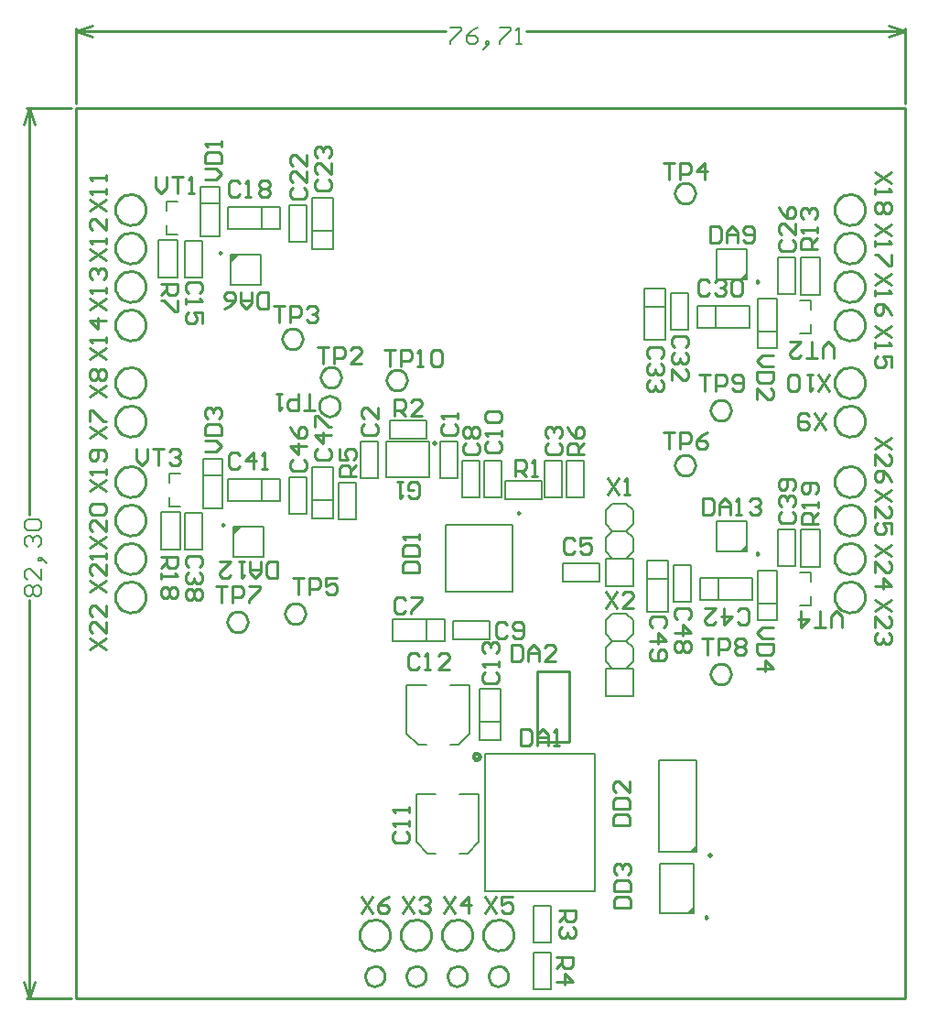
<source format=gto>
G04*
G04 #@! TF.GenerationSoftware,Altium Limited,Altium Designer,22.0.2 (36)*
G04*
G04 Layer_Color=65535*
%FSLAX25Y25*%
%MOIN*%
G70*
G04*
G04 #@! TF.SameCoordinates,FD2FF894-48AE-4880-B7A9-669BF39D4961*
G04*
G04*
G04 #@! TF.FilePolarity,Positive*
G04*
G01*
G75*
%ADD10C,0.01000*%
%ADD11C,0.00984*%
%ADD12C,0.01968*%
G04:AMPARAMS|DCode=13|XSize=19.68mil|YSize=19.68mil|CornerRadius=9.84mil|HoleSize=0mil|Usage=FLASHONLY|Rotation=180.000|XOffset=0mil|YOffset=0mil|HoleType=Round|Shape=RoundedRectangle|*
%AMROUNDEDRECTD13*
21,1,0.01968,0.00000,0,0,180.0*
21,1,0.00000,0.01968,0,0,180.0*
1,1,0.01968,0.00000,0.00000*
1,1,0.01968,0.00000,0.00000*
1,1,0.01968,0.00000,0.00000*
1,1,0.01968,0.00000,0.00000*
%
%ADD13ROUNDEDRECTD13*%
%ADD14C,0.00787*%
%ADD15C,0.00591*%
%ADD16C,0.00600*%
G36*
X188279Y-69153D02*
X188279Y-66319D01*
X185445Y-69154D01*
X188279Y-69153D01*
D02*
G37*
G36*
X189276Y-46772D02*
X189276Y-43937D01*
X186441Y-46772D01*
X189276Y-46772D01*
D02*
G37*
G36*
X207512Y62488D02*
X207512Y65323D01*
X204677Y62488D01*
X207512Y62488D01*
D02*
G37*
G36*
X20488Y71512D02*
X20488Y68677D01*
X23323Y71512D01*
X20488Y71512D01*
D02*
G37*
G36*
X19488Y170512D02*
X19488Y167677D01*
X22323Y170512D01*
X19488Y170512D01*
D02*
G37*
G36*
X207512Y161488D02*
X207512Y164323D01*
X204677Y161488D01*
X207512Y161488D01*
D02*
G37*
D10*
X59740Y126000D02*
X59613Y126968D01*
X59239Y127870D01*
X58645Y128645D01*
X57870Y129239D01*
X56968Y129613D01*
X56000Y129740D01*
X55032Y129613D01*
X54130Y129239D01*
X53355Y128645D01*
X52761Y127870D01*
X52387Y126968D01*
X52260Y126000D01*
X52387Y125032D01*
X52761Y124130D01*
X53355Y123355D01*
X54130Y122761D01*
X55032Y122387D01*
X56000Y122260D01*
X56968Y122387D01*
X57870Y122761D01*
X58645Y123355D01*
X59239Y124130D01*
X59613Y125032D01*
X59740Y126000D01*
X122590Y-77000D02*
X122500Y-76002D01*
X122234Y-75036D01*
X121799Y-74133D01*
X121210Y-73322D01*
X120485Y-72629D01*
X119649Y-72077D01*
X118728Y-71683D01*
X117750Y-71460D01*
X116749Y-71416D01*
X115756Y-71550D01*
X114803Y-71860D01*
X113920Y-72335D01*
X113137Y-72960D01*
X112478Y-73714D01*
X111963Y-74575D01*
X111611Y-75513D01*
X111432Y-76499D01*
Y-77501D01*
X111611Y-78487D01*
X111963Y-79426D01*
X112478Y-80286D01*
X113137Y-81041D01*
X113920Y-81665D01*
X114803Y-82140D01*
X115756Y-82450D01*
X116749Y-82585D01*
X117750Y-82540D01*
X118728Y-82317D01*
X119649Y-81923D01*
X120485Y-81371D01*
X121210Y-80678D01*
X121799Y-79867D01*
X122234Y-78964D01*
X122500Y-77998D01*
X122590Y-77000D01*
X107590D02*
X107500Y-76002D01*
X107234Y-75036D01*
X106799Y-74133D01*
X106210Y-73322D01*
X105485Y-72629D01*
X104649Y-72077D01*
X103727Y-71683D01*
X102750Y-71460D01*
X101749Y-71416D01*
X100756Y-71550D01*
X99803Y-71860D01*
X98920Y-72335D01*
X98137Y-72960D01*
X97478Y-73714D01*
X96963Y-74575D01*
X96611Y-75513D01*
X96432Y-76499D01*
Y-77501D01*
X96611Y-78487D01*
X96963Y-79426D01*
X97478Y-80286D01*
X98137Y-81041D01*
X98920Y-81665D01*
X99803Y-82140D01*
X100756Y-82450D01*
X101749Y-82585D01*
X102750Y-82540D01*
X103727Y-82317D01*
X104649Y-81923D01*
X105485Y-81371D01*
X106210Y-80678D01*
X106799Y-79867D01*
X107234Y-78964D01*
X107500Y-77998D01*
X107590Y-77000D01*
X92590D02*
X92500Y-76002D01*
X92234Y-75036D01*
X91799Y-74133D01*
X91210Y-73322D01*
X90485Y-72629D01*
X89649Y-72077D01*
X88727Y-71683D01*
X87750Y-71460D01*
X86749Y-71416D01*
X85756Y-71550D01*
X84803Y-71860D01*
X83920Y-72335D01*
X83137Y-72960D01*
X82477Y-73714D01*
X81963Y-74575D01*
X81611Y-75513D01*
X81432Y-76499D01*
Y-77501D01*
X81611Y-78487D01*
X81963Y-79426D01*
X82477Y-80286D01*
X83137Y-81041D01*
X83920Y-81665D01*
X84803Y-82140D01*
X85756Y-82450D01*
X86749Y-82585D01*
X87750Y-82540D01*
X88727Y-82317D01*
X89649Y-81923D01*
X90485Y-81371D01*
X91210Y-80678D01*
X91799Y-79867D01*
X92234Y-78964D01*
X92500Y-77998D01*
X92590Y-77000D01*
X77590D02*
X77500Y-76002D01*
X77234Y-75036D01*
X76799Y-74133D01*
X76210Y-73322D01*
X75485Y-72629D01*
X74649Y-72077D01*
X73728Y-71683D01*
X72750Y-71460D01*
X71749Y-71416D01*
X70756Y-71550D01*
X69803Y-71860D01*
X68920Y-72335D01*
X68137Y-72960D01*
X67478Y-73714D01*
X66963Y-74575D01*
X66611Y-75513D01*
X66432Y-76499D01*
Y-77501D01*
X66611Y-78487D01*
X66963Y-79426D01*
X67478Y-80286D01*
X68137Y-81041D01*
X68920Y-81665D01*
X69803Y-82140D01*
X70756Y-82450D01*
X71749Y-82585D01*
X72750Y-82540D01*
X73728Y-82317D01*
X74649Y-81923D01*
X75485Y-81371D01*
X76210Y-80678D01*
X76799Y-79867D01*
X77234Y-78964D01*
X77500Y-77998D01*
X77590Y-77000D01*
X201740Y18000D02*
X201613Y18968D01*
X201239Y19870D01*
X200645Y20645D01*
X199870Y21239D01*
X198968Y21613D01*
X198000Y21740D01*
X197032Y21613D01*
X196130Y21239D01*
X195355Y20645D01*
X194761Y19870D01*
X194387Y18968D01*
X194260Y18000D01*
X194387Y17032D01*
X194761Y16130D01*
X195355Y15355D01*
X196130Y14761D01*
X197032Y14387D01*
X198000Y14260D01*
X198968Y14387D01*
X199870Y14761D01*
X200645Y15355D01*
X201239Y16130D01*
X201613Y17032D01*
X201740Y18000D01*
X25740Y37000D02*
X25613Y37968D01*
X25239Y38870D01*
X24645Y39645D01*
X23870Y40239D01*
X22968Y40613D01*
X22000Y40740D01*
X21032Y40613D01*
X20130Y40239D01*
X19355Y39645D01*
X18761Y38870D01*
X18387Y37968D01*
X18260Y37000D01*
X18387Y36032D01*
X18761Y35130D01*
X19355Y34355D01*
X20130Y33761D01*
X21032Y33387D01*
X22000Y33260D01*
X22968Y33387D01*
X23870Y33761D01*
X24645Y34355D01*
X25239Y35130D01*
X25613Y36032D01*
X25740Y37000D01*
X201740Y114000D02*
X201613Y114968D01*
X201239Y115870D01*
X200645Y116645D01*
X199870Y117239D01*
X198968Y117613D01*
X198000Y117740D01*
X197032Y117613D01*
X196130Y117239D01*
X195355Y116645D01*
X194761Y115870D01*
X194387Y114968D01*
X194260Y114000D01*
X194387Y113032D01*
X194761Y112130D01*
X195355Y111355D01*
X196130Y110761D01*
X197032Y110387D01*
X198000Y110260D01*
X198968Y110387D01*
X199870Y110761D01*
X200645Y111355D01*
X201239Y112130D01*
X201613Y113032D01*
X201740Y114000D01*
X83740Y125000D02*
X83613Y125968D01*
X83239Y126870D01*
X82645Y127645D01*
X81870Y128239D01*
X80968Y128613D01*
X80000Y128740D01*
X79032Y128613D01*
X78130Y128239D01*
X77355Y127645D01*
X76761Y126870D01*
X76387Y125968D01*
X76260Y125000D01*
X76387Y124032D01*
X76761Y123130D01*
X77355Y122355D01*
X78130Y121761D01*
X79032Y121387D01*
X80000Y121260D01*
X80968Y121387D01*
X81870Y121761D01*
X82645Y122355D01*
X83239Y123130D01*
X83613Y124032D01*
X83740Y125000D01*
X59240Y115500D02*
X59113Y116468D01*
X58739Y117370D01*
X58145Y118145D01*
X57370Y118739D01*
X56468Y119113D01*
X55500Y119240D01*
X54532Y119113D01*
X53630Y118739D01*
X52855Y118145D01*
X52261Y117370D01*
X51887Y116468D01*
X51760Y115500D01*
X51887Y114532D01*
X52261Y113630D01*
X52855Y112855D01*
X53630Y112261D01*
X54532Y111887D01*
X55500Y111760D01*
X56468Y111887D01*
X57370Y112261D01*
X58145Y112855D01*
X58739Y113630D01*
X59113Y114532D01*
X59240Y115500D01*
X46740Y40000D02*
X46613Y40968D01*
X46239Y41870D01*
X45645Y42645D01*
X44870Y43239D01*
X43968Y43613D01*
X43000Y43740D01*
X42032Y43613D01*
X41130Y43239D01*
X40355Y42645D01*
X39761Y41870D01*
X39387Y40968D01*
X39260Y40000D01*
X39387Y39032D01*
X39761Y38130D01*
X40355Y37355D01*
X41130Y36761D01*
X42032Y36387D01*
X43000Y36260D01*
X43968Y36387D01*
X44870Y36761D01*
X45645Y37355D01*
X46239Y38130D01*
X46613Y39032D01*
X46740Y40000D01*
X188740Y94000D02*
X188613Y94968D01*
X188239Y95870D01*
X187645Y96645D01*
X186870Y97239D01*
X185968Y97613D01*
X185000Y97740D01*
X184032Y97613D01*
X183130Y97239D01*
X182355Y96645D01*
X181761Y95870D01*
X181387Y94968D01*
X181260Y94000D01*
X181387Y93032D01*
X181761Y92130D01*
X182355Y91355D01*
X183130Y90761D01*
X184032Y90387D01*
X185000Y90260D01*
X185968Y90387D01*
X186870Y90761D01*
X187645Y91355D01*
X188239Y92130D01*
X188613Y93032D01*
X188740Y94000D01*
X45740Y140000D02*
X45613Y140968D01*
X45239Y141870D01*
X44645Y142645D01*
X43870Y143239D01*
X42968Y143613D01*
X42000Y143740D01*
X41032Y143613D01*
X40130Y143239D01*
X39355Y142645D01*
X38761Y141870D01*
X38387Y140968D01*
X38260Y140000D01*
X38387Y139032D01*
X38761Y138130D01*
X39355Y137355D01*
X40130Y136761D01*
X41032Y136387D01*
X42000Y136260D01*
X42968Y136387D01*
X43870Y136761D01*
X44645Y137355D01*
X45239Y138130D01*
X45613Y139032D01*
X45740Y140000D01*
X188740Y193000D02*
X188613Y193968D01*
X188239Y194870D01*
X187645Y195645D01*
X186870Y196239D01*
X185968Y196613D01*
X185000Y196740D01*
X184032Y196613D01*
X183130Y196239D01*
X182355Y195645D01*
X181761Y194870D01*
X181387Y193968D01*
X181260Y193000D01*
X181387Y192032D01*
X181761Y191130D01*
X182355Y190355D01*
X183130Y189761D01*
X184032Y189387D01*
X185000Y189260D01*
X185968Y189387D01*
X186870Y189761D01*
X187645Y190355D01*
X188239Y191130D01*
X188613Y192032D01*
X188740Y193000D01*
X250590Y110000D02*
X250500Y110998D01*
X250234Y111964D01*
X249799Y112867D01*
X249210Y113678D01*
X248485Y114371D01*
X247649Y114923D01*
X246727Y115317D01*
X245750Y115540D01*
X244749Y115585D01*
X243756Y115450D01*
X242803Y115140D01*
X241920Y114665D01*
X241137Y114041D01*
X240477Y113286D01*
X239963Y112425D01*
X239611Y111487D01*
X239432Y110501D01*
Y109499D01*
X239611Y108513D01*
X239963Y107574D01*
X240477Y106714D01*
X241137Y105959D01*
X241920Y105335D01*
X242803Y104860D01*
X243756Y104550D01*
X244749Y104416D01*
X245750Y104460D01*
X246727Y104683D01*
X247649Y105077D01*
X248485Y105629D01*
X249210Y106322D01*
X249799Y107133D01*
X250234Y108036D01*
X250500Y109002D01*
X250590Y110000D01*
Y124000D02*
X250500Y124998D01*
X250234Y125964D01*
X249799Y126867D01*
X249210Y127678D01*
X248485Y128371D01*
X247649Y128923D01*
X246727Y129317D01*
X245750Y129540D01*
X244749Y129585D01*
X243756Y129450D01*
X242803Y129140D01*
X241920Y128665D01*
X241137Y128041D01*
X240477Y127286D01*
X239963Y126426D01*
X239611Y125487D01*
X239432Y124501D01*
Y123499D01*
X239611Y122513D01*
X239963Y121574D01*
X240477Y120714D01*
X241137Y119959D01*
X241920Y119335D01*
X242803Y118860D01*
X243756Y118550D01*
X244749Y118415D01*
X245750Y118460D01*
X246727Y118683D01*
X247649Y119077D01*
X248485Y119629D01*
X249210Y120322D01*
X249799Y121133D01*
X250234Y122036D01*
X250500Y123002D01*
X250590Y124000D01*
X-11410Y110000D02*
X-11500Y110998D01*
X-11766Y111964D01*
X-12201Y112867D01*
X-12790Y113678D01*
X-13515Y114371D01*
X-14351Y114923D01*
X-15272Y115317D01*
X-16250Y115540D01*
X-17251Y115585D01*
X-18244Y115450D01*
X-19197Y115140D01*
X-20080Y114665D01*
X-20863Y114041D01*
X-21522Y113286D01*
X-22037Y112425D01*
X-22389Y111487D01*
X-22568Y110501D01*
Y109499D01*
X-22389Y108513D01*
X-22037Y107574D01*
X-21522Y106714D01*
X-20863Y105959D01*
X-20080Y105335D01*
X-19197Y104860D01*
X-18244Y104550D01*
X-17251Y104416D01*
X-16250Y104460D01*
X-15272Y104683D01*
X-14351Y105077D01*
X-13515Y105629D01*
X-12790Y106322D01*
X-12201Y107133D01*
X-11766Y108036D01*
X-11500Y109002D01*
X-11410Y110000D01*
Y124000D02*
X-11500Y124998D01*
X-11766Y125964D01*
X-12201Y126867D01*
X-12790Y127678D01*
X-13515Y128371D01*
X-14351Y128923D01*
X-15272Y129317D01*
X-16250Y129540D01*
X-17251Y129585D01*
X-18244Y129450D01*
X-19197Y129140D01*
X-20080Y128665D01*
X-20863Y128041D01*
X-21522Y127286D01*
X-22037Y126426D01*
X-22389Y125487D01*
X-22568Y124501D01*
Y123499D01*
X-22389Y122513D01*
X-22037Y121574D01*
X-21522Y120714D01*
X-20863Y119959D01*
X-20080Y119335D01*
X-19197Y118860D01*
X-18244Y118550D01*
X-17251Y118415D01*
X-16250Y118460D01*
X-15272Y118683D01*
X-14351Y119077D01*
X-13515Y119629D01*
X-12790Y120322D01*
X-12201Y121133D01*
X-11766Y122036D01*
X-11500Y123002D01*
X-11410Y124000D01*
X250590Y88000D02*
X250500Y88998D01*
X250234Y89964D01*
X249799Y90867D01*
X249210Y91678D01*
X248485Y92371D01*
X247649Y92923D01*
X246727Y93317D01*
X245750Y93540D01*
X244749Y93585D01*
X243756Y93450D01*
X242803Y93140D01*
X241920Y92665D01*
X241137Y92040D01*
X240477Y91286D01*
X239963Y90425D01*
X239611Y89487D01*
X239432Y88501D01*
Y87499D01*
X239611Y86513D01*
X239963Y85575D01*
X240477Y84714D01*
X241137Y83960D01*
X241920Y83335D01*
X242803Y82860D01*
X243756Y82550D01*
X244749Y82415D01*
X245750Y82460D01*
X246727Y82683D01*
X247649Y83077D01*
X248485Y83629D01*
X249210Y84322D01*
X249799Y85133D01*
X250234Y86036D01*
X250500Y87002D01*
X250590Y88000D01*
Y74000D02*
X250500Y74998D01*
X250234Y75964D01*
X249799Y76867D01*
X249210Y77678D01*
X248485Y78371D01*
X247649Y78923D01*
X246727Y79317D01*
X245750Y79540D01*
X244749Y79584D01*
X243756Y79450D01*
X242803Y79140D01*
X241920Y78665D01*
X241137Y78040D01*
X240477Y77286D01*
X239963Y76425D01*
X239611Y75487D01*
X239432Y74501D01*
Y73499D01*
X239611Y72513D01*
X239963Y71574D01*
X240477Y70714D01*
X241137Y69959D01*
X241920Y69335D01*
X242803Y68860D01*
X243756Y68550D01*
X244749Y68415D01*
X245750Y68460D01*
X246727Y68683D01*
X247649Y69077D01*
X248485Y69629D01*
X249210Y70322D01*
X249799Y71133D01*
X250234Y72036D01*
X250500Y73002D01*
X250590Y74000D01*
Y60000D02*
X250500Y60998D01*
X250234Y61964D01*
X249799Y62867D01*
X249210Y63678D01*
X248485Y64371D01*
X247649Y64923D01*
X246727Y65317D01*
X245750Y65540D01*
X244749Y65584D01*
X243756Y65450D01*
X242803Y65140D01*
X241920Y64665D01*
X241137Y64040D01*
X240477Y63286D01*
X239963Y62426D01*
X239611Y61487D01*
X239432Y60501D01*
Y59499D01*
X239611Y58513D01*
X239963Y57574D01*
X240477Y56714D01*
X241137Y55959D01*
X241920Y55335D01*
X242803Y54860D01*
X243756Y54550D01*
X244749Y54416D01*
X245750Y54460D01*
X246727Y54683D01*
X247649Y55077D01*
X248485Y55629D01*
X249210Y56322D01*
X249799Y57133D01*
X250234Y58036D01*
X250500Y59002D01*
X250590Y60000D01*
Y46000D02*
X250500Y46998D01*
X250234Y47964D01*
X249799Y48867D01*
X249210Y49678D01*
X248485Y50371D01*
X247649Y50923D01*
X246727Y51317D01*
X245750Y51540D01*
X244749Y51585D01*
X243756Y51450D01*
X242803Y51140D01*
X241920Y50665D01*
X241137Y50041D01*
X240477Y49286D01*
X239963Y48425D01*
X239611Y47487D01*
X239432Y46501D01*
Y45499D01*
X239611Y44513D01*
X239963Y43575D01*
X240477Y42714D01*
X241137Y41959D01*
X241920Y41335D01*
X242803Y40860D01*
X243756Y40550D01*
X244749Y40415D01*
X245750Y40460D01*
X246727Y40683D01*
X247649Y41077D01*
X248485Y41629D01*
X249210Y42322D01*
X249799Y43133D01*
X250234Y44036D01*
X250500Y45002D01*
X250590Y46000D01*
X-11410D02*
X-11500Y46998D01*
X-11766Y47964D01*
X-12201Y48867D01*
X-12790Y49678D01*
X-13515Y50371D01*
X-14351Y50923D01*
X-15272Y51317D01*
X-16250Y51540D01*
X-17251Y51585D01*
X-18244Y51450D01*
X-19197Y51140D01*
X-20080Y50665D01*
X-20863Y50041D01*
X-21522Y49286D01*
X-22037Y48425D01*
X-22389Y47487D01*
X-22568Y46501D01*
Y45499D01*
X-22389Y44513D01*
X-22037Y43575D01*
X-21522Y42714D01*
X-20863Y41959D01*
X-20080Y41335D01*
X-19197Y40860D01*
X-18244Y40550D01*
X-17251Y40415D01*
X-16250Y40460D01*
X-15272Y40683D01*
X-14351Y41077D01*
X-13515Y41629D01*
X-12790Y42322D01*
X-12201Y43133D01*
X-11766Y44036D01*
X-11500Y45002D01*
X-11410Y46000D01*
Y60000D02*
X-11500Y60998D01*
X-11766Y61964D01*
X-12201Y62867D01*
X-12790Y63678D01*
X-13515Y64371D01*
X-14351Y64923D01*
X-15272Y65317D01*
X-16250Y65540D01*
X-17251Y65584D01*
X-18244Y65450D01*
X-19197Y65140D01*
X-20080Y64665D01*
X-20863Y64040D01*
X-21522Y63286D01*
X-22037Y62426D01*
X-22389Y61487D01*
X-22568Y60501D01*
Y59499D01*
X-22389Y58513D01*
X-22037Y57574D01*
X-21522Y56714D01*
X-20863Y55959D01*
X-20080Y55335D01*
X-19197Y54860D01*
X-18244Y54550D01*
X-17251Y54416D01*
X-16250Y54460D01*
X-15272Y54683D01*
X-14351Y55077D01*
X-13515Y55629D01*
X-12790Y56322D01*
X-12201Y57133D01*
X-11766Y58036D01*
X-11500Y59002D01*
X-11410Y60000D01*
Y74000D02*
X-11500Y74998D01*
X-11766Y75964D01*
X-12201Y76867D01*
X-12790Y77678D01*
X-13515Y78371D01*
X-14351Y78923D01*
X-15272Y79317D01*
X-16250Y79540D01*
X-17251Y79584D01*
X-18244Y79450D01*
X-19197Y79140D01*
X-20080Y78665D01*
X-20863Y78040D01*
X-21522Y77286D01*
X-22037Y76425D01*
X-22389Y75487D01*
X-22568Y74501D01*
Y73499D01*
X-22389Y72513D01*
X-22037Y71574D01*
X-21522Y70714D01*
X-20863Y69959D01*
X-20080Y69335D01*
X-19197Y68860D01*
X-18244Y68550D01*
X-17251Y68415D01*
X-16250Y68460D01*
X-15272Y68683D01*
X-14351Y69077D01*
X-13515Y69629D01*
X-12790Y70322D01*
X-12201Y71133D01*
X-11766Y72036D01*
X-11500Y73002D01*
X-11410Y74000D01*
Y88000D02*
X-11500Y88998D01*
X-11766Y89964D01*
X-12201Y90867D01*
X-12790Y91678D01*
X-13515Y92371D01*
X-14351Y92923D01*
X-15272Y93317D01*
X-16250Y93540D01*
X-17251Y93585D01*
X-18244Y93450D01*
X-19197Y93140D01*
X-20080Y92665D01*
X-20863Y92040D01*
X-21522Y91286D01*
X-22037Y90425D01*
X-22389Y89487D01*
X-22568Y88501D01*
Y87499D01*
X-22389Y86513D01*
X-22037Y85575D01*
X-21522Y84714D01*
X-20863Y83960D01*
X-20080Y83335D01*
X-19197Y82860D01*
X-18244Y82550D01*
X-17251Y82415D01*
X-16250Y82460D01*
X-15272Y82683D01*
X-14351Y83077D01*
X-13515Y83629D01*
X-12790Y84322D01*
X-12201Y85133D01*
X-11766Y86036D01*
X-11500Y87002D01*
X-11410Y88000D01*
X250590Y187000D02*
X250500Y187998D01*
X250234Y188964D01*
X249799Y189867D01*
X249210Y190678D01*
X248485Y191371D01*
X247649Y191923D01*
X246727Y192317D01*
X245750Y192540D01*
X244749Y192585D01*
X243756Y192450D01*
X242803Y192140D01*
X241920Y191665D01*
X241137Y191041D01*
X240477Y190286D01*
X239963Y189426D01*
X239611Y188487D01*
X239432Y187501D01*
Y186499D01*
X239611Y185513D01*
X239963Y184574D01*
X240477Y183714D01*
X241137Y182959D01*
X241920Y182335D01*
X242803Y181860D01*
X243756Y181550D01*
X244749Y181415D01*
X245750Y181460D01*
X246727Y181683D01*
X247649Y182077D01*
X248485Y182629D01*
X249210Y183322D01*
X249799Y184133D01*
X250234Y185036D01*
X250500Y186002D01*
X250590Y187000D01*
Y173000D02*
X250500Y173998D01*
X250234Y174964D01*
X249799Y175867D01*
X249210Y176678D01*
X248485Y177371D01*
X247649Y177923D01*
X246727Y178317D01*
X245750Y178540D01*
X244749Y178585D01*
X243756Y178450D01*
X242803Y178140D01*
X241920Y177665D01*
X241137Y177041D01*
X240477Y176286D01*
X239963Y175426D01*
X239611Y174487D01*
X239432Y173501D01*
Y172499D01*
X239611Y171513D01*
X239963Y170574D01*
X240477Y169714D01*
X241137Y168959D01*
X241920Y168335D01*
X242803Y167860D01*
X243756Y167550D01*
X244749Y167415D01*
X245750Y167460D01*
X246727Y167683D01*
X247649Y168077D01*
X248485Y168629D01*
X249210Y169322D01*
X249799Y170133D01*
X250234Y171036D01*
X250500Y172002D01*
X250590Y173000D01*
Y159000D02*
X250500Y159998D01*
X250234Y160964D01*
X249799Y161867D01*
X249210Y162678D01*
X248485Y163371D01*
X247649Y163923D01*
X246727Y164317D01*
X245750Y164540D01*
X244749Y164585D01*
X243756Y164450D01*
X242803Y164140D01*
X241920Y163665D01*
X241137Y163041D01*
X240477Y162286D01*
X239963Y161425D01*
X239611Y160487D01*
X239432Y159501D01*
Y158499D01*
X239611Y157513D01*
X239963Y156574D01*
X240477Y155714D01*
X241137Y154959D01*
X241920Y154335D01*
X242803Y153860D01*
X243756Y153550D01*
X244749Y153416D01*
X245750Y153460D01*
X246727Y153683D01*
X247649Y154077D01*
X248485Y154629D01*
X249210Y155322D01*
X249799Y156133D01*
X250234Y157036D01*
X250500Y158002D01*
X250590Y159000D01*
Y145000D02*
X250500Y145998D01*
X250234Y146964D01*
X249799Y147867D01*
X249210Y148678D01*
X248485Y149371D01*
X247649Y149923D01*
X246727Y150317D01*
X245750Y150540D01*
X244749Y150584D01*
X243756Y150450D01*
X242803Y150140D01*
X241920Y149665D01*
X241137Y149041D01*
X240477Y148286D01*
X239963Y147425D01*
X239611Y146487D01*
X239432Y145501D01*
Y144499D01*
X239611Y143513D01*
X239963Y142575D01*
X240477Y141714D01*
X241137Y140959D01*
X241920Y140335D01*
X242803Y139860D01*
X243756Y139550D01*
X244749Y139416D01*
X245750Y139460D01*
X246727Y139683D01*
X247649Y140077D01*
X248485Y140629D01*
X249210Y141322D01*
X249799Y142133D01*
X250234Y143036D01*
X250500Y144002D01*
X250590Y145000D01*
X-11410D02*
X-11500Y145998D01*
X-11766Y146964D01*
X-12201Y147867D01*
X-12790Y148678D01*
X-13515Y149371D01*
X-14351Y149923D01*
X-15272Y150317D01*
X-16250Y150540D01*
X-17251Y150584D01*
X-18244Y150450D01*
X-19197Y150140D01*
X-20080Y149665D01*
X-20863Y149041D01*
X-21522Y148286D01*
X-22037Y147425D01*
X-22389Y146487D01*
X-22568Y145501D01*
Y144499D01*
X-22389Y143513D01*
X-22037Y142575D01*
X-21522Y141714D01*
X-20863Y140959D01*
X-20080Y140335D01*
X-19197Y139860D01*
X-18244Y139550D01*
X-17251Y139416D01*
X-16250Y139460D01*
X-15272Y139683D01*
X-14351Y140077D01*
X-13515Y140629D01*
X-12790Y141322D01*
X-12201Y142133D01*
X-11766Y143036D01*
X-11500Y144002D01*
X-11410Y145000D01*
Y159000D02*
X-11500Y159998D01*
X-11766Y160964D01*
X-12201Y161867D01*
X-12790Y162678D01*
X-13515Y163371D01*
X-14351Y163923D01*
X-15272Y164317D01*
X-16250Y164540D01*
X-17251Y164585D01*
X-18244Y164450D01*
X-19197Y164140D01*
X-20080Y163665D01*
X-20863Y163041D01*
X-21522Y162286D01*
X-22037Y161425D01*
X-22389Y160487D01*
X-22568Y159501D01*
Y158499D01*
X-22389Y157513D01*
X-22037Y156574D01*
X-21522Y155714D01*
X-20863Y154959D01*
X-20080Y154335D01*
X-19197Y153860D01*
X-18244Y153550D01*
X-17251Y153416D01*
X-16250Y153460D01*
X-15272Y153683D01*
X-14351Y154077D01*
X-13515Y154629D01*
X-12790Y155322D01*
X-12201Y156133D01*
X-11766Y157036D01*
X-11500Y158002D01*
X-11410Y159000D01*
Y173000D02*
X-11500Y173998D01*
X-11766Y174964D01*
X-12201Y175867D01*
X-12790Y176678D01*
X-13515Y177371D01*
X-14351Y177923D01*
X-15272Y178317D01*
X-16250Y178540D01*
X-17251Y178585D01*
X-18244Y178450D01*
X-19197Y178140D01*
X-20080Y177665D01*
X-20863Y177041D01*
X-21522Y176286D01*
X-22037Y175426D01*
X-22389Y174487D01*
X-22568Y173501D01*
Y172499D01*
X-22389Y171513D01*
X-22037Y170574D01*
X-21522Y169714D01*
X-20863Y168959D01*
X-20080Y168335D01*
X-19197Y167860D01*
X-18244Y167550D01*
X-17251Y167415D01*
X-16250Y167460D01*
X-15272Y167683D01*
X-14351Y168077D01*
X-13515Y168629D01*
X-12790Y169322D01*
X-12201Y170133D01*
X-11766Y171036D01*
X-11500Y172002D01*
X-11410Y173000D01*
Y187000D02*
X-11500Y187998D01*
X-11766Y188964D01*
X-12201Y189867D01*
X-12790Y190678D01*
X-13515Y191371D01*
X-14351Y191923D01*
X-15272Y192317D01*
X-16250Y192540D01*
X-17251Y192585D01*
X-18244Y192450D01*
X-19197Y192140D01*
X-20080Y191665D01*
X-20863Y191041D01*
X-21522Y190286D01*
X-22037Y189426D01*
X-22389Y188487D01*
X-22568Y187501D01*
Y186499D01*
X-22389Y185513D01*
X-22037Y184574D01*
X-21522Y183714D01*
X-20863Y182959D01*
X-20080Y182335D01*
X-19197Y181860D01*
X-18244Y181550D01*
X-17251Y181415D01*
X-16250Y181460D01*
X-15272Y181683D01*
X-14351Y182077D01*
X-13515Y182629D01*
X-12790Y183322D01*
X-12201Y184133D01*
X-11766Y185036D01*
X-11500Y186002D01*
X-11410Y187000D01*
X110414Y-12000D02*
X110083Y-11091D01*
X109246Y-10607D01*
X108293Y-10775D01*
X107671Y-11516D01*
Y-12484D01*
X108293Y-13225D01*
X109246Y-13393D01*
X110083Y-12909D01*
X110414Y-12000D01*
X110000D02*
X109500Y-11134D01*
X108500D01*
X108000Y-12000D01*
X108500Y-12866D01*
X109500D01*
X110000Y-12000D01*
X120606Y-92000D02*
X120472Y-91027D01*
X120081Y-90127D01*
X119461Y-89365D01*
X118659Y-88799D01*
X117734Y-88470D01*
X116754Y-88403D01*
X115793Y-88603D01*
X114921Y-89054D01*
X114203Y-89725D01*
X113693Y-90563D01*
X113428Y-91509D01*
Y-92491D01*
X113693Y-93436D01*
X114203Y-94275D01*
X114921Y-94946D01*
X115793Y-95397D01*
X116754Y-95597D01*
X117734Y-95530D01*
X118659Y-95201D01*
X119461Y-94635D01*
X120081Y-93873D01*
X120472Y-92973D01*
X120606Y-92000D01*
X105605D02*
X105472Y-91027D01*
X105081Y-90127D01*
X104461Y-89365D01*
X103659Y-88799D01*
X102734Y-88470D01*
X101754Y-88403D01*
X100793Y-88603D01*
X99921Y-89054D01*
X99203Y-89725D01*
X98693Y-90563D01*
X98428Y-91509D01*
Y-92491D01*
X98693Y-93436D01*
X99203Y-94275D01*
X99921Y-94946D01*
X100793Y-95397D01*
X101754Y-95597D01*
X102734Y-95530D01*
X103659Y-95201D01*
X104461Y-94635D01*
X105081Y-93873D01*
X105472Y-92973D01*
X105605Y-92000D01*
X90606D02*
X90472Y-91027D01*
X90081Y-90127D01*
X89461Y-89365D01*
X88659Y-88799D01*
X87734Y-88470D01*
X86754Y-88403D01*
X85793Y-88603D01*
X84921Y-89054D01*
X84203Y-89725D01*
X83693Y-90563D01*
X83428Y-91509D01*
Y-92491D01*
X83693Y-93436D01*
X84203Y-94275D01*
X84921Y-94946D01*
X85793Y-95397D01*
X86754Y-95597D01*
X87734Y-95530D01*
X88659Y-95201D01*
X89461Y-94635D01*
X90081Y-93873D01*
X90472Y-92973D01*
X90606Y-92000D01*
X75606D02*
X75472Y-91027D01*
X75081Y-90127D01*
X74461Y-89365D01*
X73659Y-88799D01*
X72734Y-88470D01*
X71754Y-88403D01*
X70793Y-88603D01*
X69921Y-89054D01*
X69203Y-89725D01*
X68693Y-90563D01*
X68428Y-91509D01*
Y-92491D01*
X68693Y-93436D01*
X69203Y-94275D01*
X69921Y-94946D01*
X70793Y-95397D01*
X71754Y-95597D01*
X72734Y-95530D01*
X73659Y-95201D01*
X74461Y-94635D01*
X75081Y-93873D01*
X75472Y-92973D01*
X75606Y-92000D01*
X-37000Y-100000D02*
X265000D01*
Y224000D01*
X-37000D02*
X265000D01*
X-37000Y-100000D02*
Y224000D01*
X131095Y18992D02*
X142905D01*
X131095Y-6598D02*
Y18992D01*
Y-6598D02*
X142905D01*
Y18992D01*
X-56000Y-94000D02*
X-54000Y-100000D01*
X-52000Y-94000D01*
X-54000Y224000D02*
X-52000Y218000D01*
X-56000D02*
X-54000Y224000D01*
Y-100000D02*
Y44804D01*
Y75995D02*
Y224000D01*
X-55000Y-100000D02*
X-38500D01*
X-55000Y224000D02*
X-38500D01*
X-37000Y252000D02*
X-31000Y254000D01*
X-37000Y252000D02*
X-31000Y250000D01*
X259000D02*
X265000Y252000D01*
X259000Y254000D02*
X265000Y252000D01*
X-37000D02*
X97804D01*
X126996D02*
X265000D01*
X-37000Y225500D02*
Y253000D01*
X265000Y225500D02*
Y253000D01*
X113001Y102501D02*
X112001Y101502D01*
Y99502D01*
X113001Y98502D01*
X116999D01*
X117999Y99502D01*
Y101502D01*
X116999Y102501D01*
X117999Y104500D02*
Y106500D01*
Y105500D01*
X112001D01*
X113001Y104500D01*
Y109499D02*
X112001Y110499D01*
Y112498D01*
X113001Y113498D01*
X116999D01*
X117999Y112498D01*
Y110499D01*
X116999Y109499D01*
X113001D01*
X259999Y103997D02*
X254001Y99999D01*
X259999D02*
X254001Y103997D01*
Y94001D02*
Y97999D01*
X258000Y94001D01*
X258999D01*
X259999Y95000D01*
Y97000D01*
X258999Y97999D01*
X259999Y88003D02*
X258999Y90002D01*
X257000Y92001D01*
X255001D01*
X254001Y91002D01*
Y89002D01*
X255001Y88003D01*
X256000D01*
X257000Y89002D01*
Y92001D01*
X259999Y84997D02*
X254001Y80999D01*
X259999D02*
X254001Y84997D01*
Y75001D02*
Y78999D01*
X258000Y75001D01*
X258999D01*
X259999Y76000D01*
Y78000D01*
X258999Y78999D01*
X259999Y69003D02*
Y73001D01*
X257000D01*
X258000Y71002D01*
Y70002D01*
X257000Y69003D01*
X255001D01*
X254001Y70002D01*
Y72002D01*
X255001Y73001D01*
X259999Y64997D02*
X254001Y60999D01*
X259999D02*
X254001Y64997D01*
Y55001D02*
Y58999D01*
X258000Y55001D01*
X258999D01*
X259999Y56000D01*
Y58000D01*
X258999Y58999D01*
X254001Y50002D02*
X259999D01*
X257000Y53001D01*
Y49003D01*
X259999Y44997D02*
X254001Y40999D01*
X259999D02*
X254001Y44997D01*
Y35001D02*
Y38999D01*
X258000Y35001D01*
X258999D01*
X259999Y36000D01*
Y38000D01*
X258999Y38999D01*
Y33001D02*
X259999Y32002D01*
Y30002D01*
X258999Y29003D01*
X258000D01*
X257000Y30002D01*
Y31002D01*
Y30002D01*
X256000Y29003D01*
X255001D01*
X254001Y30002D01*
Y32002D01*
X255001Y33001D01*
X-31999Y27003D02*
X-26001Y31001D01*
X-31999D02*
X-26001Y27003D01*
Y36999D02*
Y33001D01*
X-30000Y36999D01*
X-30999D01*
X-31999Y36000D01*
Y34000D01*
X-30999Y33001D01*
X-26001Y42997D02*
Y38999D01*
X-30000Y42997D01*
X-30999D01*
X-31999Y41998D01*
Y39998D01*
X-30999Y38999D01*
X-31999Y48002D02*
X-26001Y52001D01*
X-31999D02*
X-26001Y48002D01*
Y57999D02*
Y54000D01*
X-30000Y57999D01*
X-30999D01*
X-31999Y56999D01*
Y55000D01*
X-30999Y54000D01*
X-26001Y59998D02*
Y61998D01*
Y60998D01*
X-31999D01*
X-30999Y59998D01*
X-31999Y64003D02*
X-26001Y68001D01*
X-31999D02*
X-26001Y64003D01*
Y73999D02*
Y70001D01*
X-30000Y73999D01*
X-30999D01*
X-31999Y73000D01*
Y71000D01*
X-30999Y70001D01*
Y75999D02*
X-31999Y76998D01*
Y78998D01*
X-30999Y79997D01*
X-27001D01*
X-26001Y78998D01*
Y76998D01*
X-27001Y75999D01*
X-30999D01*
X-31999Y84502D02*
X-26001Y88501D01*
X-31999D02*
X-26001Y84502D01*
Y90500D02*
Y92500D01*
Y91500D01*
X-31999D01*
X-30999Y90500D01*
X-27001Y95499D02*
X-26001Y96499D01*
Y98498D01*
X-27001Y99498D01*
X-30999D01*
X-31999Y98498D01*
Y96499D01*
X-30999Y95499D01*
X-30000D01*
X-29000Y96499D01*
Y99498D01*
X259999Y200498D02*
X254001Y196499D01*
X259999D02*
X254001Y200498D01*
Y194500D02*
Y192500D01*
Y193500D01*
X259999D01*
X258999Y194500D01*
Y189501D02*
X259999Y188501D01*
Y186502D01*
X258999Y185502D01*
X258000D01*
X257000Y186502D01*
X256000Y185502D01*
X255001D01*
X254001Y186502D01*
Y188501D01*
X255001Y189501D01*
X256000D01*
X257000Y188501D01*
X258000Y189501D01*
X258999D01*
X257000Y188501D02*
Y186502D01*
X259999Y181498D02*
X254001Y177499D01*
X259999D02*
X254001Y181498D01*
Y175499D02*
Y173500D01*
Y174500D01*
X259999D01*
X258999Y175499D01*
X259999Y170501D02*
Y166502D01*
X258999D01*
X255001Y170501D01*
X254001D01*
X259999Y163498D02*
X254001Y159499D01*
X259999D02*
X254001Y163498D01*
Y157500D02*
Y155500D01*
Y156500D01*
X259999D01*
X258999Y157500D01*
X259999Y148502D02*
X258999Y150502D01*
X257000Y152501D01*
X255001D01*
X254001Y151501D01*
Y149502D01*
X255001Y148502D01*
X256000D01*
X257000Y149502D01*
Y152501D01*
X259999Y144498D02*
X254001Y140499D01*
X259999D02*
X254001Y144498D01*
Y138499D02*
Y136500D01*
Y137500D01*
X259999D01*
X258999Y138499D01*
X259999Y129502D02*
Y133501D01*
X257000D01*
X258000Y131502D01*
Y130502D01*
X257000Y129502D01*
X255001D01*
X254001Y130502D01*
Y132501D01*
X255001Y133501D01*
X-31999Y132502D02*
X-26001Y136501D01*
X-31999D02*
X-26001Y132502D01*
Y138500D02*
Y140500D01*
Y139500D01*
X-31999D01*
X-30999Y138500D01*
X-26001Y146498D02*
X-31999D01*
X-29000Y143499D01*
Y147498D01*
X-31999Y150502D02*
X-26001Y154501D01*
X-31999D02*
X-26001Y150502D01*
Y156500D02*
Y158500D01*
Y157500D01*
X-31999D01*
X-30999Y156500D01*
Y161499D02*
X-31999Y162499D01*
Y164498D01*
X-30999Y165498D01*
X-30000D01*
X-29000Y164498D01*
Y163498D01*
Y164498D01*
X-28000Y165498D01*
X-27001D01*
X-26001Y164498D01*
Y162499D01*
X-27001Y161499D01*
X-31999Y168502D02*
X-26001Y172501D01*
X-31999D02*
X-26001Y168502D01*
Y174501D02*
Y176500D01*
Y175500D01*
X-31999D01*
X-30999Y174501D01*
X-26001Y183498D02*
Y179499D01*
X-30000Y183498D01*
X-30999D01*
X-31999Y182498D01*
Y180499D01*
X-30999Y179499D01*
X-31999Y186502D02*
X-26001Y190501D01*
X-31999D02*
X-26001Y186502D01*
Y192500D02*
Y194500D01*
Y193500D01*
X-31999D01*
X-30999Y192500D01*
X-26001Y197499D02*
Y199498D01*
Y198498D01*
X-31999D01*
X-30999Y197499D01*
X237498Y121001D02*
X233499Y126999D01*
Y121001D02*
X237498Y126999D01*
X231500D02*
X229500D01*
X230500D01*
Y121001D01*
X231500Y122001D01*
X226501D02*
X225501Y121001D01*
X223502D01*
X222502Y122001D01*
Y125999D01*
X223502Y126999D01*
X225501D01*
X226501Y125999D01*
Y122001D01*
X235998Y107001D02*
X232000Y112999D01*
Y107001D02*
X235998Y112999D01*
X230000Y111999D02*
X229001Y112999D01*
X227001D01*
X226002Y111999D01*
Y108001D01*
X227001Y107001D01*
X229001D01*
X230000Y108001D01*
Y109000D01*
X229001Y110000D01*
X226002D01*
X-31999Y119002D02*
X-26001Y123000D01*
X-31999D02*
X-26001Y119002D01*
X-30999Y125000D02*
X-31999Y125999D01*
Y127999D01*
X-30999Y128998D01*
X-30000D01*
X-29000Y127999D01*
X-28000Y128998D01*
X-27001D01*
X-26001Y127999D01*
Y125999D01*
X-27001Y125000D01*
X-28000D01*
X-29000Y125999D01*
X-30000Y125000D01*
X-30999D01*
X-29000Y125999D02*
Y127999D01*
X-31999Y104002D02*
X-26001Y108000D01*
X-31999D02*
X-26001Y104002D01*
X-31999Y110000D02*
Y113998D01*
X-30999D01*
X-27001Y110000D01*
X-26001D01*
X67002Y-63001D02*
X71000Y-68999D01*
Y-63001D02*
X67002Y-68999D01*
X76998Y-63001D02*
X74999Y-64001D01*
X73000Y-66000D01*
Y-67999D01*
X73999Y-68999D01*
X75999D01*
X76998Y-67999D01*
Y-67000D01*
X75999Y-66000D01*
X73000D01*
X112002Y-63001D02*
X116000Y-68999D01*
Y-63001D02*
X112002Y-68999D01*
X121998Y-63001D02*
X118000D01*
Y-66000D01*
X119999Y-65000D01*
X120999D01*
X121998Y-66000D01*
Y-67999D01*
X120999Y-68999D01*
X118999D01*
X118000Y-67999D01*
X97002Y-63001D02*
X101000Y-68999D01*
Y-63001D02*
X97002Y-68999D01*
X105999D02*
Y-63001D01*
X103000Y-66000D01*
X106998D01*
X82002Y-63001D02*
X86000Y-68999D01*
Y-63001D02*
X82002Y-68999D01*
X88000Y-64001D02*
X88999Y-63001D01*
X90999D01*
X91998Y-64001D01*
Y-65000D01*
X90999Y-66000D01*
X89999D01*
X90999D01*
X91998Y-67000D01*
Y-67999D01*
X90999Y-68999D01*
X88999D01*
X88000Y-67999D01*
X156002Y47999D02*
X160000Y42001D01*
Y47999D02*
X156002Y42001D01*
X165998D02*
X162000D01*
X165998Y46000D01*
Y46999D01*
X164999Y47999D01*
X162999D01*
X162000Y46999D01*
X156639Y89378D02*
X160637Y83380D01*
Y89378D02*
X156639Y83380D01*
X162637D02*
X164636D01*
X163636D01*
Y89378D01*
X162637Y88378D01*
X241997Y35001D02*
Y39000D01*
X239998Y40999D01*
X237999Y39000D01*
Y35001D01*
X235999D02*
X232001D01*
X234000D01*
Y40999D01*
X227002D02*
Y35001D01*
X230001Y38000D01*
X226003D01*
X-14997Y99999D02*
Y96000D01*
X-12998Y94001D01*
X-10999Y96000D01*
Y99999D01*
X-8999D02*
X-5001D01*
X-7000D01*
Y94001D01*
X-3001Y98999D02*
X-2002Y99999D01*
X-2D01*
X997Y98999D01*
Y98000D01*
X-2Y97000D01*
X-1002D01*
X-2D01*
X997Y96000D01*
Y95001D01*
X-2Y94001D01*
X-2002D01*
X-3001Y95001D01*
X238997Y133001D02*
Y137000D01*
X236998Y138999D01*
X234999Y137000D01*
Y133001D01*
X232999D02*
X229001D01*
X231000D01*
Y138999D01*
X223003D02*
X227001D01*
X223003Y135000D01*
Y134001D01*
X224002Y133001D01*
X226002D01*
X227001Y134001D01*
X-7998Y198999D02*
Y195000D01*
X-5998Y193001D01*
X-3999Y195000D01*
Y198999D01*
X-2000D02*
X1999D01*
X-0D01*
Y193001D01*
X3998D02*
X5998D01*
X4998D01*
Y198999D01*
X3998Y197999D01*
X216999Y34997D02*
X213000D01*
X211001Y32998D01*
X213000Y30999D01*
X216999D01*
Y28999D02*
X211001D01*
Y26000D01*
X212001Y25001D01*
X215999D01*
X216999Y26000D01*
Y28999D01*
X211001Y20002D02*
X216999D01*
X214000Y23001D01*
Y19003D01*
X10001Y98896D02*
X14000D01*
X15999Y100896D01*
X14000Y102895D01*
X10001D01*
Y104894D02*
X15999D01*
Y107893D01*
X14999Y108893D01*
X11001D01*
X10001Y107893D01*
Y104894D01*
X11001Y110892D02*
X10001Y111892D01*
Y113891D01*
X11001Y114891D01*
X12000D01*
X13000Y113891D01*
Y112892D01*
Y113891D01*
X14000Y114891D01*
X14999D01*
X15999Y113891D01*
Y111892D01*
X14999Y110892D01*
X216999Y134104D02*
X213000D01*
X211001Y132104D01*
X213000Y130105D01*
X216999D01*
Y128106D02*
X211001D01*
Y125107D01*
X212001Y124107D01*
X215999D01*
X216999Y125107D01*
Y128106D01*
X211001Y118109D02*
Y122108D01*
X215000Y118109D01*
X215999D01*
X216999Y119109D01*
Y121108D01*
X215999Y122108D01*
X10001Y197896D02*
X14000D01*
X15999Y199895D01*
X14000Y201895D01*
X10001D01*
Y203894D02*
X15999D01*
Y206893D01*
X14999Y207893D01*
X11001D01*
X10001Y206893D01*
Y203894D01*
X15999Y209892D02*
Y211891D01*
Y210892D01*
X10001D01*
X11001Y209892D01*
X75503Y135999D02*
X79502D01*
X77503D01*
Y130001D01*
X81502D02*
Y135999D01*
X84500D01*
X85500Y134999D01*
Y133000D01*
X84500Y132000D01*
X81502D01*
X87499Y130001D02*
X89499D01*
X88499D01*
Y135999D01*
X87499Y134999D01*
X92498D02*
X93498Y135999D01*
X95497D01*
X96497Y134999D01*
Y131001D01*
X95497Y130001D01*
X93498D01*
X92498Y131001D01*
Y134999D01*
X190003Y126999D02*
X194001D01*
X192002D01*
Y121001D01*
X196001D02*
Y126999D01*
X199000D01*
X199999Y125999D01*
Y124000D01*
X199000Y123000D01*
X196001D01*
X201999Y122001D02*
X202998Y121001D01*
X204998D01*
X205997Y122001D01*
Y125999D01*
X204998Y126999D01*
X202998D01*
X201999Y125999D01*
Y125000D01*
X202998Y124000D01*
X205997D01*
X191003Y30999D02*
X195001D01*
X193002D01*
Y25001D01*
X197001D02*
Y30999D01*
X200000D01*
X200999Y29999D01*
Y28000D01*
X200000Y27000D01*
X197001D01*
X202999Y29999D02*
X203998Y30999D01*
X205998D01*
X206997Y29999D01*
Y29000D01*
X205998Y28000D01*
X206997Y27000D01*
Y26001D01*
X205998Y25001D01*
X203998D01*
X202999Y26001D01*
Y27000D01*
X203998Y28000D01*
X202999Y29000D01*
Y29999D01*
X203998Y28000D02*
X205998D01*
X14003Y49999D02*
X18001D01*
X16002D01*
Y44001D01*
X20001D02*
Y49999D01*
X23000D01*
X23999Y48999D01*
Y47000D01*
X23000Y46000D01*
X20001D01*
X25999Y49999D02*
X29997D01*
Y48999D01*
X25999Y45001D01*
Y44001D01*
X177003Y105999D02*
X181001D01*
X179002D01*
Y100001D01*
X183001D02*
Y105999D01*
X186000D01*
X186999Y104999D01*
Y103000D01*
X186000Y102000D01*
X183001D01*
X192997Y105999D02*
X190998Y104999D01*
X188999Y103000D01*
Y101001D01*
X189998Y100001D01*
X191998D01*
X192997Y101001D01*
Y102000D01*
X191998Y103000D01*
X188999D01*
X42003Y52999D02*
X46001D01*
X44002D01*
Y47001D01*
X48001D02*
Y52999D01*
X51000D01*
X51999Y51999D01*
Y50000D01*
X51000Y49000D01*
X48001D01*
X57997Y52999D02*
X53999D01*
Y50000D01*
X55998Y51000D01*
X56998D01*
X57997Y50000D01*
Y48001D01*
X56998Y47001D01*
X54998D01*
X53999Y48001D01*
X177003Y203999D02*
X181001D01*
X179002D01*
Y198001D01*
X183001D02*
Y203999D01*
X186000D01*
X186999Y202999D01*
Y201000D01*
X186000Y200000D01*
X183001D01*
X191998Y198001D02*
Y203999D01*
X188999Y201000D01*
X192997D01*
X35003Y151999D02*
X39001D01*
X37002D01*
Y146001D01*
X41001D02*
Y151999D01*
X44000D01*
X44999Y150999D01*
Y149000D01*
X44000Y148000D01*
X41001D01*
X46999Y150999D02*
X47998Y151999D01*
X49998D01*
X50997Y150999D01*
Y150000D01*
X49998Y149000D01*
X48998D01*
X49998D01*
X50997Y148000D01*
Y147001D01*
X49998Y146001D01*
X47998D01*
X46999Y147001D01*
X51003Y136999D02*
X55001D01*
X53002D01*
Y131001D01*
X57001D02*
Y136999D01*
X60000D01*
X60999Y135999D01*
Y134000D01*
X60000Y133000D01*
X57001D01*
X66997Y131001D02*
X62999D01*
X66997Y135000D01*
Y135999D01*
X65998Y136999D01*
X63998D01*
X62999Y135999D01*
X49998Y114001D02*
X45999D01*
X47998D01*
Y119999D01*
X44000D02*
Y114001D01*
X41001D01*
X40001Y115001D01*
Y117000D01*
X41001Y118000D01*
X44000D01*
X38002Y119999D02*
X36002D01*
X37002D01*
Y114001D01*
X38002Y115001D01*
X233499Y72565D02*
X227501D01*
Y75564D01*
X228501Y76564D01*
X230500D01*
X231500Y75564D01*
Y72565D01*
Y74565D02*
X233499Y76564D01*
Y78563D02*
Y80563D01*
Y79563D01*
X227501D01*
X228501Y78563D01*
X232499Y83562D02*
X233499Y84562D01*
Y86561D01*
X232499Y87561D01*
X228501D01*
X227501Y86561D01*
Y84562D01*
X228501Y83562D01*
X229500D01*
X230500Y84562D01*
Y87561D01*
X-5999Y60498D02*
X-1D01*
Y57499D01*
X-1001Y56499D01*
X-3000D01*
X-4000Y57499D01*
Y60498D01*
Y58498D02*
X-5999Y56499D01*
Y54500D02*
Y52500D01*
Y53500D01*
X-1D01*
X-1001Y54500D01*
Y49501D02*
X-1Y48501D01*
Y46502D01*
X-1001Y45502D01*
X-2000D01*
X-3000Y46502D01*
X-4000Y45502D01*
X-4999D01*
X-5999Y46502D01*
Y48501D01*
X-4999Y49501D01*
X-4000D01*
X-3000Y48501D01*
X-2000Y49501D01*
X-1001D01*
X-3000Y48501D02*
Y46502D01*
X232999Y172502D02*
X227001D01*
Y175502D01*
X228001Y176501D01*
X230000D01*
X231000Y175502D01*
Y172502D01*
Y174502D02*
X232999Y176501D01*
Y178500D02*
Y180500D01*
Y179500D01*
X227001D01*
X228001Y178500D01*
Y183499D02*
X227001Y184499D01*
Y186498D01*
X228001Y187498D01*
X229000D01*
X230000Y186498D01*
Y185498D01*
Y186498D01*
X231000Y187498D01*
X231999D01*
X232999Y186498D01*
Y184499D01*
X231999Y183499D01*
X-5999Y159998D02*
X-1D01*
Y156999D01*
X-1001Y156000D01*
X-3000D01*
X-4000Y156999D01*
Y159998D01*
Y157999D02*
X-5999Y156000D01*
X-1Y154000D02*
Y150002D01*
X-1001D01*
X-4999Y154000D01*
X-5999D01*
X147999Y98002D02*
X142001D01*
Y101001D01*
X143001Y102000D01*
X145000D01*
X146000Y101001D01*
Y98002D01*
Y100001D02*
X147999Y102000D01*
X142001Y107998D02*
X143001Y105999D01*
X145000Y104000D01*
X146999D01*
X147999Y104999D01*
Y106999D01*
X146999Y107998D01*
X146000D01*
X145000Y106999D01*
Y104000D01*
X64999Y89939D02*
X59001D01*
Y92938D01*
X60001Y93937D01*
X62000D01*
X63000Y92938D01*
Y89939D01*
Y91938D02*
X64999Y93937D01*
X59001Y99935D02*
Y95937D01*
X62000D01*
X61000Y97936D01*
Y98936D01*
X62000Y99935D01*
X63999D01*
X64999Y98936D01*
Y96936D01*
X63999Y95937D01*
X138001Y-85002D02*
X143999D01*
Y-88001D01*
X142999Y-89000D01*
X141000D01*
X140000Y-88001D01*
Y-85002D01*
Y-87001D02*
X138001Y-89000D01*
Y-93999D02*
X143999D01*
X141000Y-91000D01*
Y-94998D01*
X139001Y-68002D02*
X144999D01*
Y-71001D01*
X143999Y-72000D01*
X142000D01*
X141000Y-71001D01*
Y-68002D01*
Y-70001D02*
X139001Y-72000D01*
X143999Y-74000D02*
X144999Y-74999D01*
Y-76999D01*
X143999Y-77998D01*
X143000D01*
X142000Y-76999D01*
Y-75999D01*
Y-76999D01*
X141000Y-77998D01*
X140001D01*
X139001Y-76999D01*
Y-74999D01*
X140001Y-74000D01*
X79002Y112001D02*
Y117999D01*
X82001D01*
X83000Y116999D01*
Y115000D01*
X82001Y114000D01*
X79002D01*
X81001D02*
X83000Y112001D01*
X88998D02*
X85000D01*
X88998Y116000D01*
Y116999D01*
X87999Y117999D01*
X85999D01*
X85000Y116999D01*
X123001Y90001D02*
Y95999D01*
X126000D01*
X127000Y94999D01*
Y93000D01*
X126000Y92000D01*
X123001D01*
X125001D02*
X127000Y90001D01*
X128999D02*
X130999D01*
X129999D01*
Y95999D01*
X128999Y94999D01*
X84000Y83001D02*
X85000Y82001D01*
X86999D01*
X87999Y83001D01*
Y86999D01*
X86999Y87999D01*
X85000D01*
X84000Y86999D01*
Y85000D01*
X85999D01*
X82001Y87999D02*
X80001D01*
X81001D01*
Y82001D01*
X82001Y83001D01*
X159001Y-66997D02*
X164999D01*
Y-63998D01*
X163999Y-62999D01*
X160001D01*
X159001Y-63998D01*
Y-66997D01*
Y-60999D02*
X164999D01*
Y-58000D01*
X163999Y-57001D01*
X160001D01*
X159001Y-58000D01*
Y-60999D01*
X160001Y-55001D02*
X159001Y-54002D01*
Y-52002D01*
X160001Y-51003D01*
X161000D01*
X162000Y-52002D01*
Y-53002D01*
Y-52002D01*
X163000Y-51003D01*
X163999D01*
X164999Y-52002D01*
Y-54002D01*
X163999Y-55001D01*
X158773Y-36997D02*
X164771D01*
Y-33998D01*
X163771Y-32999D01*
X159772D01*
X158773Y-33998D01*
Y-36997D01*
Y-30999D02*
X164771D01*
Y-28000D01*
X163771Y-27001D01*
X159772D01*
X158773Y-28000D01*
Y-30999D01*
X164771Y-21003D02*
Y-25001D01*
X160772Y-21003D01*
X159772D01*
X158773Y-22002D01*
Y-24002D01*
X159772Y-25001D01*
X82025Y55031D02*
X88023D01*
Y58030D01*
X87024Y59030D01*
X83025D01*
X82025Y58030D01*
Y55031D01*
Y61029D02*
X88023D01*
Y64029D01*
X87024Y65028D01*
X83025D01*
X82025Y64029D01*
Y61029D01*
X88023Y67027D02*
Y69027D01*
Y68027D01*
X82025D01*
X83025Y67027D01*
X191503Y81999D02*
Y76001D01*
X194502D01*
X195502Y77001D01*
Y80999D01*
X194502Y81999D01*
X191503D01*
X197502Y76001D02*
Y80000D01*
X199501Y81999D01*
X201500Y80000D01*
Y76001D01*
Y79000D01*
X197502D01*
X203500Y76001D02*
X205499D01*
X204499D01*
Y81999D01*
X203500Y80999D01*
X208498D02*
X209498Y81999D01*
X211497D01*
X212497Y80999D01*
Y80000D01*
X211497Y79000D01*
X210497D01*
X211497D01*
X212497Y78000D01*
Y77001D01*
X211497Y76001D01*
X209498D01*
X208498Y77001D01*
X36497Y53001D02*
Y58999D01*
X33498D01*
X32498Y57999D01*
Y54001D01*
X33498Y53001D01*
X36497D01*
X30498Y58999D02*
Y55000D01*
X28499Y53001D01*
X26500Y55000D01*
Y58999D01*
Y56000D01*
X30498D01*
X24500Y58999D02*
X22501D01*
X23501D01*
Y53001D01*
X24500Y54001D01*
X15503Y58999D02*
X19502D01*
X15503Y55000D01*
Y54001D01*
X16503Y53001D01*
X18502D01*
X19502Y54001D01*
X194003Y180999D02*
Y175001D01*
X197002D01*
X198001Y176001D01*
Y179999D01*
X197002Y180999D01*
X194003D01*
X200001Y175001D02*
Y179000D01*
X202000Y180999D01*
X203999Y179000D01*
Y175001D01*
Y178000D01*
X200001D01*
X205999Y176001D02*
X206998Y175001D01*
X208998D01*
X209997Y176001D01*
Y179999D01*
X208998Y180999D01*
X206998D01*
X205999Y179999D01*
Y179000D01*
X206998Y178000D01*
X209997D01*
X32997Y151001D02*
Y156999D01*
X29998D01*
X28999Y155999D01*
Y152001D01*
X29998Y151001D01*
X32997D01*
X26999Y156999D02*
Y153000D01*
X25000Y151001D01*
X23001Y153000D01*
Y156999D01*
Y154000D01*
X26999D01*
X17003Y151001D02*
X19002Y152001D01*
X21001Y154000D01*
Y155999D01*
X20002Y156999D01*
X18002D01*
X17003Y155999D01*
Y155000D01*
X18002Y154000D01*
X21001D01*
X121939Y28478D02*
Y22479D01*
X124938D01*
X125937Y23479D01*
Y27478D01*
X124938Y28478D01*
X121939D01*
X127937Y22479D02*
Y26478D01*
X129936Y28478D01*
X131935Y26478D01*
Y22479D01*
Y25479D01*
X127937D01*
X137933Y22479D02*
X133935D01*
X137933Y26478D01*
Y27478D01*
X136934Y28478D01*
X134934D01*
X133935Y27478D01*
X125002Y-2001D02*
Y-7999D01*
X128001D01*
X129001Y-6999D01*
Y-3001D01*
X128001Y-2001D01*
X125002D01*
X131000Y-7999D02*
Y-4000D01*
X133000Y-2001D01*
X134999Y-4000D01*
Y-7999D01*
Y-5000D01*
X131000D01*
X136998Y-7999D02*
X138998D01*
X137998D01*
Y-2001D01*
X136998Y-3001D01*
X176999Y34999D02*
X177999Y35998D01*
Y37998D01*
X176999Y38997D01*
X173001D01*
X172001Y37998D01*
Y35998D01*
X173001Y34999D01*
X172001Y30000D02*
X177999D01*
X175000Y32999D01*
Y29001D01*
X173001Y27001D02*
X172001Y26002D01*
Y24002D01*
X173001Y23003D01*
X176999D01*
X177999Y24002D01*
Y26002D01*
X176999Y27001D01*
X176000D01*
X175000Y26002D01*
Y23003D01*
X185999Y37999D02*
X186999Y38998D01*
Y40998D01*
X185999Y41997D01*
X182001D01*
X181001Y40998D01*
Y38998D01*
X182001Y37999D01*
X181001Y33000D02*
X186999D01*
X184000Y35999D01*
Y32001D01*
X185999Y30001D02*
X186999Y29002D01*
Y27002D01*
X185999Y26003D01*
X185000D01*
X184000Y27002D01*
X183000Y26003D01*
X182001D01*
X181001Y27002D01*
Y29002D01*
X182001Y30001D01*
X183000D01*
X184000Y29002D01*
X185000Y30001D01*
X185999D01*
X184000Y29002D02*
Y27002D01*
X51001Y100001D02*
X50001Y99002D01*
Y97002D01*
X51001Y96003D01*
X54999D01*
X55999Y97002D01*
Y99002D01*
X54999Y100001D01*
X55999Y105000D02*
X50001D01*
X53000Y102001D01*
Y105999D01*
X50001Y107999D02*
Y111997D01*
X51001D01*
X54999Y107999D01*
X55999D01*
X42001Y96001D02*
X41001Y95002D01*
Y93002D01*
X42001Y92003D01*
X45999D01*
X46999Y93002D01*
Y95002D01*
X45999Y96001D01*
X46999Y101000D02*
X41001D01*
X44000Y98001D01*
Y101999D01*
X41001Y107997D02*
X42001Y105998D01*
X44000Y103999D01*
X45999D01*
X46999Y104998D01*
Y106998D01*
X45999Y107997D01*
X45000D01*
X44000Y106998D01*
Y103999D01*
X203999Y37001D02*
X204998Y36001D01*
X206998D01*
X207997Y37001D01*
Y40999D01*
X206998Y41999D01*
X204998D01*
X203999Y40999D01*
X199000Y41999D02*
Y36001D01*
X201999Y39000D01*
X198001D01*
X192003Y41999D02*
X196001D01*
X192003Y38000D01*
Y37001D01*
X193002Y36001D01*
X195002D01*
X196001Y37001D01*
X22937Y97478D02*
X21938Y98478D01*
X19938D01*
X18939Y97478D01*
Y93479D01*
X19938Y92479D01*
X21938D01*
X22937Y93479D01*
X27936Y92479D02*
Y98478D01*
X24937Y95479D01*
X28935D01*
X30935Y92479D02*
X32934D01*
X31934D01*
Y98478D01*
X30935Y97478D01*
X220001Y77001D02*
X219001Y76002D01*
Y74002D01*
X220001Y73003D01*
X223999D01*
X224999Y74002D01*
Y76002D01*
X223999Y77001D01*
X220001Y79001D02*
X219001Y80000D01*
Y82000D01*
X220001Y82999D01*
X221000D01*
X222000Y82000D01*
Y81000D01*
Y82000D01*
X223000Y82999D01*
X223999D01*
X224999Y82000D01*
Y80000D01*
X223999Y79001D01*
Y84999D02*
X224999Y85998D01*
Y87998D01*
X223999Y88997D01*
X220001D01*
X219001Y87998D01*
Y85998D01*
X220001Y84999D01*
X221000D01*
X222000Y85998D01*
Y88997D01*
X7999Y56999D02*
X8999Y57998D01*
Y59998D01*
X7999Y60997D01*
X4001D01*
X3001Y59998D01*
Y57998D01*
X4001Y56999D01*
X7999Y54999D02*
X8999Y54000D01*
Y52000D01*
X7999Y51001D01*
X7000D01*
X6000Y52000D01*
Y53000D01*
Y52000D01*
X5000Y51001D01*
X4001D01*
X3001Y52000D01*
Y54000D01*
X4001Y54999D01*
X7999Y49001D02*
X8999Y48002D01*
Y46002D01*
X7999Y45003D01*
X7000D01*
X6000Y46002D01*
X5000Y45003D01*
X4001D01*
X3001Y46002D01*
Y48002D01*
X4001Y49001D01*
X5000D01*
X6000Y48002D01*
X7000Y49001D01*
X7999D01*
X6000Y48002D02*
Y46002D01*
X175999Y132999D02*
X176999Y133998D01*
Y135998D01*
X175999Y136997D01*
X172001D01*
X171001Y135998D01*
Y133998D01*
X172001Y132999D01*
X175999Y130999D02*
X176999Y130000D01*
Y128000D01*
X175999Y127001D01*
X175000D01*
X174000Y128000D01*
Y129000D01*
Y128000D01*
X173000Y127001D01*
X172001D01*
X171001Y128000D01*
Y130000D01*
X172001Y130999D01*
X175999Y125001D02*
X176999Y124002D01*
Y122002D01*
X175999Y121003D01*
X175000D01*
X174000Y122002D01*
Y123002D01*
Y122002D01*
X173000Y121003D01*
X172001D01*
X171001Y122002D01*
Y124002D01*
X172001Y125001D01*
X184999Y136999D02*
X185999Y137998D01*
Y139998D01*
X184999Y140997D01*
X181001D01*
X180001Y139998D01*
Y137998D01*
X181001Y136999D01*
X184999Y134999D02*
X185999Y134000D01*
Y132000D01*
X184999Y131001D01*
X184000D01*
X183000Y132000D01*
Y133000D01*
Y132000D01*
X182000Y131001D01*
X181001D01*
X180001Y132000D01*
Y134000D01*
X181001Y134999D01*
X180001Y125003D02*
Y129001D01*
X184000Y125003D01*
X184999D01*
X185999Y126002D01*
Y128002D01*
X184999Y129001D01*
X193937Y160478D02*
X192938Y161478D01*
X190938D01*
X189939Y160478D01*
Y156479D01*
X190938Y155480D01*
X192938D01*
X193937Y156479D01*
X195937Y160478D02*
X196936Y161478D01*
X198936D01*
X199935Y160478D01*
Y159478D01*
X198936Y158479D01*
X197936D01*
X198936D01*
X199935Y157479D01*
Y156479D01*
X198936Y155480D01*
X196936D01*
X195937Y156479D01*
X201935Y160478D02*
X202934Y161478D01*
X204934D01*
X205933Y160478D01*
Y156479D01*
X204934Y155480D01*
X202934D01*
X201935Y156479D01*
Y160478D01*
X220001Y176001D02*
X219001Y175002D01*
Y173002D01*
X220001Y172003D01*
X223999D01*
X224999Y173002D01*
Y175002D01*
X223999Y176001D01*
X224999Y181999D02*
Y178001D01*
X221000Y181999D01*
X220001D01*
X219001Y181000D01*
Y179000D01*
X220001Y178001D01*
X219001Y187997D02*
X220001Y185998D01*
X222000Y183999D01*
X223999D01*
X224999Y184998D01*
Y186998D01*
X223999Y187997D01*
X223000D01*
X222000Y186998D01*
Y183999D01*
X51001Y198001D02*
X50001Y197002D01*
Y195002D01*
X51001Y194003D01*
X54999D01*
X55999Y195002D01*
Y197002D01*
X54999Y198001D01*
X55999Y203999D02*
Y200001D01*
X52000Y203999D01*
X51001D01*
X50001Y203000D01*
Y201000D01*
X51001Y200001D01*
Y205999D02*
X50001Y206998D01*
Y208998D01*
X51001Y209997D01*
X52000D01*
X53000Y208998D01*
Y207998D01*
Y208998D01*
X54000Y209997D01*
X54999D01*
X55999Y208998D01*
Y206998D01*
X54999Y205999D01*
X42001Y195001D02*
X41001Y194002D01*
Y192002D01*
X42001Y191003D01*
X45999D01*
X46999Y192002D01*
Y194002D01*
X45999Y195001D01*
X46999Y200999D02*
Y197001D01*
X43000Y200999D01*
X42001D01*
X41001Y200000D01*
Y198000D01*
X42001Y197001D01*
X46999Y206997D02*
Y202999D01*
X43000Y206997D01*
X42001D01*
X41001Y205998D01*
Y203998D01*
X42001Y202999D01*
X22937Y196478D02*
X21938Y197478D01*
X19938D01*
X18939Y196478D01*
Y192479D01*
X19938Y191480D01*
X21938D01*
X22937Y192479D01*
X24937Y191480D02*
X26936D01*
X25936D01*
Y197478D01*
X24937Y196478D01*
X29935D02*
X30935Y197478D01*
X32934D01*
X33934Y196478D01*
Y195478D01*
X32934Y194479D01*
X33934Y193479D01*
Y192479D01*
X32934Y191480D01*
X30935D01*
X29935Y192479D01*
Y193479D01*
X30935Y194479D01*
X29935Y195478D01*
Y196478D01*
X30935Y194479D02*
X32934D01*
X7999Y156499D02*
X8999Y157499D01*
Y159498D01*
X7999Y160498D01*
X4001D01*
X3001Y159498D01*
Y157499D01*
X4001Y156499D01*
X3001Y154499D02*
Y152500D01*
Y153500D01*
X8999D01*
X7999Y154499D01*
X8999Y145502D02*
Y149501D01*
X6000D01*
X7000Y147502D01*
Y146502D01*
X6000Y145502D01*
X4001D01*
X3001Y146502D01*
Y148501D01*
X4001Y149501D01*
X112001Y18501D02*
X111001Y17502D01*
Y15502D01*
X112001Y14502D01*
X115999D01*
X116999Y15502D01*
Y17502D01*
X115999Y18501D01*
X116999Y20501D02*
Y22500D01*
Y21500D01*
X111001D01*
X112001Y20501D01*
Y25499D02*
X111001Y26499D01*
Y28498D01*
X112001Y29498D01*
X113000D01*
X114000Y28498D01*
Y27498D01*
Y28498D01*
X115000Y29498D01*
X115999D01*
X116999Y28498D01*
Y26499D01*
X115999Y25499D01*
X88237Y24578D02*
X87238Y25578D01*
X85238D01*
X84239Y24578D01*
Y20579D01*
X85238Y19579D01*
X87238D01*
X88237Y20579D01*
X90237Y19579D02*
X92236D01*
X91236D01*
Y25578D01*
X90237Y24578D01*
X99234Y19579D02*
X95235D01*
X99234Y23578D01*
Y24578D01*
X98234Y25578D01*
X96235D01*
X95235Y24578D01*
X79501Y-39499D02*
X78501Y-40499D01*
Y-42498D01*
X79501Y-43498D01*
X83499D01*
X84499Y-42498D01*
Y-40499D01*
X83499Y-39499D01*
X84499Y-37500D02*
Y-35500D01*
Y-36500D01*
X78501D01*
X79501Y-37500D01*
X84499Y-32501D02*
Y-30502D01*
Y-31502D01*
X78501D01*
X79501Y-32501D01*
X120063Y35999D02*
X119064Y36999D01*
X117064D01*
X116065Y35999D01*
Y32001D01*
X117064Y31001D01*
X119064D01*
X120063Y32001D01*
X122063D02*
X123062Y31001D01*
X125062D01*
X126061Y32001D01*
Y35999D01*
X125062Y36999D01*
X123062D01*
X122063Y35999D01*
Y35000D01*
X123062Y34000D01*
X126061D01*
X105001Y102000D02*
X104001Y101001D01*
Y99001D01*
X105001Y98002D01*
X108999D01*
X109999Y99001D01*
Y101001D01*
X108999Y102000D01*
X105001Y104000D02*
X104001Y104999D01*
Y106999D01*
X105001Y107998D01*
X106000D01*
X107000Y106999D01*
X108000Y107998D01*
X108999D01*
X109999Y106999D01*
Y104999D01*
X108999Y104000D01*
X108000D01*
X107000Y104999D01*
X106000Y104000D01*
X105001D01*
X107000Y104999D02*
Y106999D01*
X83000Y44999D02*
X82001Y45999D01*
X80001D01*
X79002Y44999D01*
Y41001D01*
X80001Y40001D01*
X82001D01*
X83000Y41001D01*
X85000Y45999D02*
X88998D01*
Y44999D01*
X85000Y41001D01*
Y40001D01*
X144937Y66678D02*
X143938Y67678D01*
X141938D01*
X140939Y66678D01*
Y62679D01*
X141938Y61680D01*
X143938D01*
X144937Y62679D01*
X150935Y67678D02*
X146937D01*
Y64679D01*
X148936Y65678D01*
X149936D01*
X150935Y64679D01*
Y62679D01*
X149936Y61680D01*
X147936D01*
X146937Y62679D01*
X135001Y102000D02*
X134001Y101001D01*
Y99001D01*
X135001Y98002D01*
X138999D01*
X139999Y99001D01*
Y101001D01*
X138999Y102000D01*
X135001Y104000D02*
X134001Y104999D01*
Y106999D01*
X135001Y107998D01*
X136000D01*
X137000Y106999D01*
Y105999D01*
Y106999D01*
X138000Y107998D01*
X138999D01*
X139999Y106999D01*
Y104999D01*
X138999Y104000D01*
X68001Y109000D02*
X67001Y108001D01*
Y106001D01*
X68001Y105002D01*
X71999D01*
X72999Y106001D01*
Y108001D01*
X71999Y109000D01*
X72999Y114998D02*
Y111000D01*
X69000Y114998D01*
X68001D01*
X67001Y113999D01*
Y111999D01*
X68001Y111000D01*
X97001Y109000D02*
X96001Y108000D01*
Y106001D01*
X97001Y105001D01*
X100999D01*
X101999Y106001D01*
Y108000D01*
X100999Y109000D01*
X101999Y110999D02*
Y112999D01*
Y111999D01*
X96001D01*
X97001Y110999D01*
D11*
X211744Y61701D02*
X211006Y62127D01*
Y61275D01*
X211744Y61701D01*
X17240Y72299D02*
X16502Y72725D01*
Y71873D01*
X17240Y72299D01*
X211744Y160701D02*
X211006Y161127D01*
Y160275D01*
X211744Y160701D01*
X16240Y171299D02*
X15502Y171725D01*
Y170873D01*
X16240Y171299D01*
X124788Y76663D02*
X124050Y77089D01*
Y76237D01*
X124788Y76663D01*
X193102Y-70630D02*
X192364Y-70204D01*
Y-71056D01*
X193102Y-70630D01*
D12*
X93843Y101906D02*
D03*
D13*
X194000Y-48150D02*
D03*
D14*
X111752Y95693D02*
X118248D01*
X111752Y82307D02*
X118248D01*
Y95693D01*
X111752Y82307D02*
Y95693D01*
X190551Y52937D02*
X209449D01*
Y45063D02*
Y52937D01*
X190551Y45063D02*
X209449D01*
X190551D02*
Y52937D01*
X197244Y45063D02*
Y52937D01*
X178937Y40551D02*
Y59449D01*
X171063Y40551D02*
X178937D01*
X171063D02*
Y59449D01*
X178937D01*
X171063Y52756D02*
X178937D01*
X141752Y82307D02*
X148248D01*
X141752Y95693D02*
X148248D01*
X141752Y82307D02*
Y95693D01*
X148248Y82307D02*
Y95693D01*
X58752Y87630D02*
X65248D01*
X58752Y74244D02*
X65248D01*
Y87630D01*
X58752Y74244D02*
Y87630D01*
X180752Y44307D02*
Y57693D01*
X187248Y44307D02*
Y57693D01*
X180752Y44307D02*
X187248D01*
X180752Y57693D02*
X187248D01*
X226819Y54905D02*
X230756D01*
Y51756D02*
Y54905D01*
X226819Y43095D02*
X230756D01*
Y46244D01*
X211457Y43551D02*
X218543D01*
X211457Y37547D02*
Y55559D01*
Y37547D02*
X218543D01*
Y55559D01*
X211457D02*
X218543D01*
X225248Y57244D02*
Y70630D01*
X218752Y57244D02*
Y70630D01*
X225248D01*
X218752Y57244D02*
X225248D01*
X226957Y56913D02*
Y70693D01*
X232665Y56913D02*
X234043D01*
Y70693D01*
X226957D02*
X234043D01*
X226957Y56913D02*
X232665D01*
X207512Y62488D02*
Y73512D01*
X196488Y62488D02*
Y73512D01*
Y62488D02*
X207512D01*
X196488Y73512D02*
X207512D01*
X2752Y63307D02*
Y76693D01*
X9248Y63307D02*
Y76693D01*
X2752Y63307D02*
X9248D01*
X2752Y76693D02*
X9248D01*
X1043Y63307D02*
Y77087D01*
X-6043D02*
X-4665D01*
X-6043Y63307D02*
Y77087D01*
Y63307D02*
X1043D01*
X-4665Y77087D02*
X1043D01*
X49063Y74551D02*
Y93449D01*
X56937D01*
Y74551D02*
Y93449D01*
X49063Y74551D02*
X56937D01*
X49063Y81244D02*
X56937D01*
X47248Y76307D02*
Y89693D01*
X40752Y76307D02*
Y89693D01*
X47248D01*
X40752Y76307D02*
X47248D01*
X9457Y90449D02*
X16543D01*
Y78441D02*
Y96453D01*
X9457D02*
X16543D01*
X9457Y78441D02*
Y96453D01*
Y78441D02*
X16543D01*
X-2756Y79094D02*
X1181D01*
X-2756D02*
Y82244D01*
Y90905D02*
X1181D01*
X-2756Y87756D02*
Y90905D01*
X20488Y60488D02*
Y71512D01*
X31512Y60488D02*
Y71512D01*
X20488D02*
X31512D01*
X20488Y60488D02*
X31512D01*
X177937Y139551D02*
Y158449D01*
X170063Y139551D02*
X177937D01*
X170063D02*
Y158449D01*
X177937D01*
X170063Y151756D02*
X177937D01*
X179752Y143307D02*
Y156693D01*
X186248Y143307D02*
Y156693D01*
X179752Y143307D02*
X186248D01*
X179752Y156693D02*
X186248D01*
X225248Y156307D02*
Y169693D01*
X218752Y156307D02*
Y169693D01*
X225248D01*
X218752Y156307D02*
X225248D01*
X226957Y155913D02*
Y169693D01*
X232665Y155913D02*
X234043D01*
Y169693D01*
X226957D02*
X234043D01*
X226957Y155913D02*
X232665D01*
X226819Y153905D02*
X230756D01*
Y150756D02*
Y153905D01*
X226819Y142095D02*
X230756D01*
Y145244D01*
X211457Y142551D02*
X218543D01*
X211457Y136547D02*
Y154559D01*
Y136547D02*
X218543D01*
Y154559D01*
X211457D02*
X218543D01*
X207512Y161488D02*
Y172512D01*
X196488Y161488D02*
Y172512D01*
Y161488D02*
X207512D01*
X196488Y172512D02*
X207512D01*
X43Y162307D02*
Y176087D01*
X-7043D02*
X-5665D01*
X-7043Y162307D02*
Y176087D01*
Y162307D02*
X43D01*
X-5665Y176087D02*
X43D01*
X49063Y172551D02*
Y191449D01*
X56937D01*
Y172551D02*
Y191449D01*
X49063Y172551D02*
X56937D01*
X49063Y179244D02*
X56937D01*
X47248Y175307D02*
Y188693D01*
X40752Y175307D02*
Y188693D01*
X47248D01*
X40752Y175307D02*
X47248D01*
X-3756Y178094D02*
X181D01*
X-3756D02*
Y181244D01*
Y189906D02*
X181D01*
X-3756Y186756D02*
Y189906D01*
X8457Y189449D02*
X15543D01*
Y177441D02*
Y195453D01*
X8457D02*
X15543D01*
X8457Y177441D02*
Y195453D01*
Y177441D02*
X15543D01*
X2752Y162307D02*
Y175693D01*
X9248Y162307D02*
Y175693D01*
X2752Y162307D02*
X9248D01*
X2752Y175693D02*
X9248D01*
X19488Y159488D02*
Y170512D01*
X30512Y159488D02*
Y170512D01*
X19488D02*
X30512D01*
X19488Y159488D02*
X30512D01*
X77307Y103752D02*
Y110248D01*
X90693Y103752D02*
Y110248D01*
X77307D02*
X90693D01*
X77307Y103752D02*
X90693D01*
X102248Y89307D02*
Y102693D01*
X95752Y89307D02*
Y102693D01*
X102248D01*
X95752Y89307D02*
X102248D01*
X76126Y89504D02*
X91874D01*
X76126D02*
Y102496D01*
X91874D01*
Y89504D02*
Y102496D01*
X66752Y89370D02*
Y102756D01*
X73248Y89370D02*
Y102756D01*
X66752Y89370D02*
X73248D01*
X66752Y102756D02*
X73248D01*
X133752Y82244D02*
Y95630D01*
X140248Y82244D02*
Y95630D01*
X133752Y82244D02*
X140248D01*
X133752Y95630D02*
X140248D01*
X132693Y81752D02*
Y88248D01*
X119307Y81752D02*
Y88248D01*
Y81752D02*
X132693D01*
X119307Y88248D02*
X132693D01*
X156000Y10000D02*
Y20000D01*
X166000D01*
X156000Y10000D02*
X166000D01*
X156000Y22500D02*
X158500Y20000D01*
X156000Y22500D02*
Y27500D01*
X158500Y30000D01*
X163500D01*
X166000Y27500D01*
Y22500D02*
Y27500D01*
X163500Y20000D02*
X166000Y22500D01*
Y10000D02*
Y20000D01*
X163500Y30000D02*
X166000Y32500D01*
Y37500D01*
X163500Y40000D02*
X166000Y37500D01*
X158500Y40000D02*
X163500D01*
X156000Y37500D02*
X158500Y40000D01*
X156000Y32500D02*
Y37500D01*
Y32500D02*
X158500Y30000D01*
X78551Y30063D02*
X97449D01*
X78551D02*
Y37937D01*
X97449D01*
Y30063D02*
Y37937D01*
X90756Y30063D02*
Y37937D01*
X110063Y-6150D02*
Y12748D01*
X117937D01*
Y-6150D02*
Y12748D01*
X110063Y-6150D02*
X117937D01*
X110063Y543D02*
X117937D01*
X97820Y72234D02*
X122229D01*
X97820Y47824D02*
X122229D01*
Y72234D01*
X97820Y47824D02*
Y72234D01*
X103752Y82307D02*
Y95693D01*
X110248Y82307D02*
Y95693D01*
X103752Y82307D02*
X110248D01*
X103752Y95693D02*
X110248D01*
X100370Y37248D02*
X113756D01*
X100370Y30752D02*
X113756D01*
X100370D02*
Y37248D01*
X113756Y30752D02*
Y37248D01*
X175681Y-50945D02*
X188279D01*
X175681Y-69153D02*
Y-50945D01*
Y-69153D02*
X188279D01*
Y-50945D01*
X189276Y-46772D02*
Y-13307D01*
X175496D02*
X189276D01*
X175496Y-46772D02*
Y-13307D01*
Y-46772D02*
X189276D01*
X129752Y-79756D02*
X136248D01*
X129752Y-66370D02*
X136248D01*
X129752Y-79756D02*
Y-66370D01*
X136248Y-79756D02*
Y-66370D01*
X129752Y-83244D02*
X136248D01*
X129752Y-96630D02*
X136248D01*
Y-83244D01*
X129752Y-96630D02*
Y-83244D01*
X152000Y-61000D02*
Y-11000D01*
X112000Y-61000D02*
X152000D01*
X112000D02*
Y-11000D01*
X152000D01*
X156000Y72500D02*
X158500Y70000D01*
X156000Y72500D02*
Y77500D01*
X158500Y80000D01*
X163500D01*
X166000Y77500D01*
Y72500D02*
Y77500D01*
X163500Y70000D02*
X166000Y72500D01*
Y50000D02*
Y60000D01*
X163500D02*
X166000Y62500D01*
Y67500D01*
X163500Y70000D02*
X166000Y67500D01*
X158500Y70000D02*
X163500D01*
X156000Y67500D02*
X158500Y70000D01*
X156000Y62500D02*
Y67500D01*
Y62500D02*
X158500Y60000D01*
X156000Y50000D02*
X166000D01*
X156000Y60000D02*
X166000D01*
X156000Y50000D02*
Y60000D01*
X140370Y51752D02*
Y58248D01*
X153756Y51752D02*
Y58248D01*
X140370D02*
X153756D01*
X140370Y51752D02*
X153756D01*
X30756Y180063D02*
Y187937D01*
X37449Y180063D02*
Y187937D01*
X18551D02*
X37449D01*
X18551Y180063D02*
Y187937D01*
Y180063D02*
X37449D01*
X196244Y144063D02*
Y151937D01*
X189551Y144063D02*
Y151937D01*
Y144063D02*
X208449D01*
Y151937D01*
X189551D02*
X208449D01*
X30756Y81063D02*
Y88937D01*
X37449Y81063D02*
Y88937D01*
X18551D02*
X37449D01*
X18551Y81063D02*
Y88937D01*
Y81063D02*
X37449D01*
D15*
X91216Y-47327D02*
X94169D01*
X87083Y-43193D02*
X91216Y-47327D01*
X105783D02*
X109917Y-43193D01*
X102831Y-47327D02*
X105783D01*
X87083Y-43193D02*
Y-25673D01*
X94169D01*
X102831D02*
X109917D01*
Y-43193D02*
Y-25673D01*
X87717Y-7827D02*
X90669D01*
X83583Y-3693D02*
X87717Y-7827D01*
X102284D02*
X106417Y-3693D01*
X99331Y-7827D02*
X102284D01*
X83583Y-3693D02*
Y13827D01*
X90669D01*
X99331D02*
X106417D01*
Y-3693D02*
Y13827D01*
D16*
X-54400Y46404D02*
X-55399Y47404D01*
Y49404D01*
X-54400Y50403D01*
X-53400D01*
X-52400Y49404D01*
X-51401Y50403D01*
X-50401D01*
X-49401Y49404D01*
Y47404D01*
X-50401Y46404D01*
X-51401D01*
X-52400Y47404D01*
X-53400Y46404D01*
X-54400D01*
X-52400Y47404D02*
Y49404D01*
X-49401Y56401D02*
Y52403D01*
X-53400Y56401D01*
X-54400D01*
X-55399Y55402D01*
Y53402D01*
X-54400Y52403D01*
X-48402Y59400D02*
X-49401Y60400D01*
X-50401D01*
Y59400D01*
X-49401D01*
Y60400D01*
X-48402Y59400D01*
X-47402Y58401D01*
X-54400Y64399D02*
X-55399Y65398D01*
Y67398D01*
X-54400Y68397D01*
X-53400D01*
X-52400Y67398D01*
Y66398D01*
Y67398D01*
X-51401Y68397D01*
X-50401D01*
X-49401Y67398D01*
Y65398D01*
X-50401Y64399D01*
X-54400Y70397D02*
X-55399Y71396D01*
Y73396D01*
X-54400Y74396D01*
X-50401D01*
X-49401Y73396D01*
Y71396D01*
X-50401Y70397D01*
X-54400D01*
X99404Y253399D02*
X103403D01*
Y252400D01*
X99404Y248401D01*
Y247401D01*
X109401Y253399D02*
X107402Y252400D01*
X105402Y250400D01*
Y248401D01*
X106402Y247401D01*
X108401D01*
X109401Y248401D01*
Y249401D01*
X108401Y250400D01*
X105402D01*
X112400Y246402D02*
X113400Y247401D01*
Y248401D01*
X112400D01*
Y247401D01*
X113400D01*
X112400Y246402D01*
X111400Y245402D01*
X117398Y253399D02*
X121397D01*
Y252400D01*
X117398Y248401D01*
Y247401D01*
X123396D02*
X125396D01*
X124396D01*
Y253399D01*
X123396Y252400D01*
M02*

</source>
